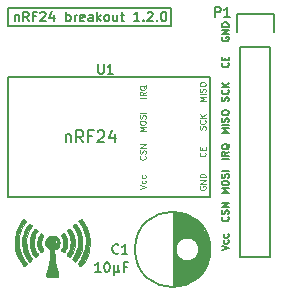
<source format=gto>
G04 #@! TF.FileFunction,Legend,Top*
%FSLAX46Y46*%
G04 Gerber Fmt 4.6, Leading zero omitted, Abs format (unit mm)*
G04 Created by KiCad (PCBNEW 4.0.1-stable) date 2016 January 17, Sunday 11:36:18*
%MOMM*%
G01*
G04 APERTURE LIST*
%ADD10C,0.100000*%
%ADD11C,0.200000*%
%ADD12C,0.150000*%
%ADD13C,0.010000*%
%ADD14C,0.125000*%
G04 APERTURE END LIST*
D10*
D11*
X130810000Y-105918000D02*
X130810000Y-107442000D01*
X144653000Y-105918000D02*
X130810000Y-105918000D01*
X144653000Y-107442000D02*
X144653000Y-105918000D01*
X130810000Y-107442000D02*
X144653000Y-107442000D01*
X130810000Y-106045000D02*
X130810000Y-107442000D01*
X131394999Y-106508571D02*
X131394999Y-107041905D01*
X131394999Y-106584762D02*
X131433094Y-106546667D01*
X131509285Y-106508571D01*
X131623571Y-106508571D01*
X131699761Y-106546667D01*
X131737856Y-106622857D01*
X131737856Y-107041905D01*
X132575952Y-107041905D02*
X132309285Y-106660952D01*
X132118809Y-107041905D02*
X132118809Y-106241905D01*
X132423571Y-106241905D01*
X132499762Y-106280000D01*
X132537857Y-106318095D01*
X132575952Y-106394286D01*
X132575952Y-106508571D01*
X132537857Y-106584762D01*
X132499762Y-106622857D01*
X132423571Y-106660952D01*
X132118809Y-106660952D01*
X133185476Y-106622857D02*
X132918809Y-106622857D01*
X132918809Y-107041905D02*
X132918809Y-106241905D01*
X133299762Y-106241905D01*
X133566428Y-106318095D02*
X133604523Y-106280000D01*
X133680714Y-106241905D01*
X133871190Y-106241905D01*
X133947380Y-106280000D01*
X133985476Y-106318095D01*
X134023571Y-106394286D01*
X134023571Y-106470476D01*
X133985476Y-106584762D01*
X133528333Y-107041905D01*
X134023571Y-107041905D01*
X134709285Y-106508571D02*
X134709285Y-107041905D01*
X134518809Y-106203810D02*
X134328333Y-106775238D01*
X134823571Y-106775238D01*
X135737857Y-107041905D02*
X135737857Y-106241905D01*
X135737857Y-106546667D02*
X135814048Y-106508571D01*
X135966429Y-106508571D01*
X136042619Y-106546667D01*
X136080714Y-106584762D01*
X136118810Y-106660952D01*
X136118810Y-106889524D01*
X136080714Y-106965714D01*
X136042619Y-107003810D01*
X135966429Y-107041905D01*
X135814048Y-107041905D01*
X135737857Y-107003810D01*
X136461667Y-107041905D02*
X136461667Y-106508571D01*
X136461667Y-106660952D02*
X136499762Y-106584762D01*
X136537858Y-106546667D01*
X136614048Y-106508571D01*
X136690239Y-106508571D01*
X137261667Y-107003810D02*
X137185477Y-107041905D01*
X137033096Y-107041905D01*
X136956905Y-107003810D01*
X136918810Y-106927619D01*
X136918810Y-106622857D01*
X136956905Y-106546667D01*
X137033096Y-106508571D01*
X137185477Y-106508571D01*
X137261667Y-106546667D01*
X137299762Y-106622857D01*
X137299762Y-106699048D01*
X136918810Y-106775238D01*
X137985476Y-107041905D02*
X137985476Y-106622857D01*
X137947381Y-106546667D01*
X137871191Y-106508571D01*
X137718810Y-106508571D01*
X137642619Y-106546667D01*
X137985476Y-107003810D02*
X137909286Y-107041905D01*
X137718810Y-107041905D01*
X137642619Y-107003810D01*
X137604524Y-106927619D01*
X137604524Y-106851429D01*
X137642619Y-106775238D01*
X137718810Y-106737143D01*
X137909286Y-106737143D01*
X137985476Y-106699048D01*
X138366429Y-107041905D02*
X138366429Y-106241905D01*
X138442620Y-106737143D02*
X138671191Y-107041905D01*
X138671191Y-106508571D02*
X138366429Y-106813333D01*
X139128334Y-107041905D02*
X139052143Y-107003810D01*
X139014048Y-106965714D01*
X138975953Y-106889524D01*
X138975953Y-106660952D01*
X139014048Y-106584762D01*
X139052143Y-106546667D01*
X139128334Y-106508571D01*
X139242620Y-106508571D01*
X139318810Y-106546667D01*
X139356905Y-106584762D01*
X139395001Y-106660952D01*
X139395001Y-106889524D01*
X139356905Y-106965714D01*
X139318810Y-107003810D01*
X139242620Y-107041905D01*
X139128334Y-107041905D01*
X140080715Y-106508571D02*
X140080715Y-107041905D01*
X139737858Y-106508571D02*
X139737858Y-106927619D01*
X139775953Y-107003810D01*
X139852144Y-107041905D01*
X139966430Y-107041905D01*
X140042620Y-107003810D01*
X140080715Y-106965714D01*
X140347382Y-106508571D02*
X140652144Y-106508571D01*
X140461668Y-106241905D02*
X140461668Y-106927619D01*
X140499763Y-107003810D01*
X140575954Y-107041905D01*
X140652144Y-107041905D01*
X141947383Y-107041905D02*
X141490240Y-107041905D01*
X141718811Y-107041905D02*
X141718811Y-106241905D01*
X141642621Y-106356190D01*
X141566430Y-106432381D01*
X141490240Y-106470476D01*
X142290240Y-106965714D02*
X142328335Y-107003810D01*
X142290240Y-107041905D01*
X142252145Y-107003810D01*
X142290240Y-106965714D01*
X142290240Y-107041905D01*
X142633097Y-106318095D02*
X142671192Y-106280000D01*
X142747383Y-106241905D01*
X142937859Y-106241905D01*
X143014049Y-106280000D01*
X143052145Y-106318095D01*
X143090240Y-106394286D01*
X143090240Y-106470476D01*
X143052145Y-106584762D01*
X142595002Y-107041905D01*
X143090240Y-107041905D01*
X143433097Y-106965714D02*
X143471192Y-107003810D01*
X143433097Y-107041905D01*
X143395002Y-107003810D01*
X143433097Y-106965714D01*
X143433097Y-107041905D01*
X143966430Y-106241905D02*
X144042621Y-106241905D01*
X144118811Y-106280000D01*
X144156906Y-106318095D01*
X144195002Y-106394286D01*
X144233097Y-106546667D01*
X144233097Y-106737143D01*
X144195002Y-106889524D01*
X144156906Y-106965714D01*
X144118811Y-107003810D01*
X144042621Y-107041905D01*
X143966430Y-107041905D01*
X143890240Y-107003810D01*
X143852144Y-106965714D01*
X143814049Y-106889524D01*
X143775954Y-106737143D01*
X143775954Y-106546667D01*
X143814049Y-106394286D01*
X143852144Y-106318095D01*
X143890240Y-106280000D01*
X143966430Y-106241905D01*
D12*
X148925000Y-108407142D02*
X148896429Y-108464285D01*
X148896429Y-108549999D01*
X148925000Y-108635714D01*
X148982143Y-108692856D01*
X149039286Y-108721428D01*
X149153571Y-108749999D01*
X149239286Y-108749999D01*
X149353571Y-108721428D01*
X149410714Y-108692856D01*
X149467857Y-108635714D01*
X149496429Y-108549999D01*
X149496429Y-108492856D01*
X149467857Y-108407142D01*
X149439286Y-108378571D01*
X149239286Y-108378571D01*
X149239286Y-108492856D01*
X149496429Y-108121428D02*
X148896429Y-108121428D01*
X149496429Y-107778571D01*
X148896429Y-107778571D01*
X149496429Y-107492857D02*
X148896429Y-107492857D01*
X148896429Y-107350000D01*
X148925000Y-107264285D01*
X148982143Y-107207143D01*
X149039286Y-107178571D01*
X149153571Y-107150000D01*
X149239286Y-107150000D01*
X149353571Y-107178571D01*
X149410714Y-107207143D01*
X149467857Y-107264285D01*
X149496429Y-107350000D01*
X149496429Y-107492857D01*
X149439286Y-110575714D02*
X149467857Y-110604285D01*
X149496429Y-110689999D01*
X149496429Y-110747142D01*
X149467857Y-110832857D01*
X149410714Y-110889999D01*
X149353571Y-110918571D01*
X149239286Y-110947142D01*
X149153571Y-110947142D01*
X149039286Y-110918571D01*
X148982143Y-110889999D01*
X148925000Y-110832857D01*
X148896429Y-110747142D01*
X148896429Y-110689999D01*
X148925000Y-110604285D01*
X148953571Y-110575714D01*
X149182143Y-110318571D02*
X149182143Y-110118571D01*
X149496429Y-110032857D02*
X149496429Y-110318571D01*
X148896429Y-110318571D01*
X148896429Y-110032857D01*
X149467857Y-113801428D02*
X149496429Y-113715714D01*
X149496429Y-113572857D01*
X149467857Y-113515714D01*
X149439286Y-113487143D01*
X149382143Y-113458571D01*
X149325000Y-113458571D01*
X149267857Y-113487143D01*
X149239286Y-113515714D01*
X149210714Y-113572857D01*
X149182143Y-113687143D01*
X149153571Y-113744285D01*
X149125000Y-113772857D01*
X149067857Y-113801428D01*
X149010714Y-113801428D01*
X148953571Y-113772857D01*
X148925000Y-113744285D01*
X148896429Y-113687143D01*
X148896429Y-113544285D01*
X148925000Y-113458571D01*
X149439286Y-112858571D02*
X149467857Y-112887142D01*
X149496429Y-112972856D01*
X149496429Y-113029999D01*
X149467857Y-113115714D01*
X149410714Y-113172856D01*
X149353571Y-113201428D01*
X149239286Y-113229999D01*
X149153571Y-113229999D01*
X149039286Y-113201428D01*
X148982143Y-113172856D01*
X148925000Y-113115714D01*
X148896429Y-113029999D01*
X148896429Y-112972856D01*
X148925000Y-112887142D01*
X148953571Y-112858571D01*
X149496429Y-112601428D02*
X148896429Y-112601428D01*
X149496429Y-112258571D02*
X149153571Y-112515714D01*
X148896429Y-112258571D02*
X149239286Y-112601428D01*
X149496429Y-116512857D02*
X148896429Y-116512857D01*
X149325000Y-116312857D01*
X148896429Y-116112857D01*
X149496429Y-116112857D01*
X149496429Y-115827143D02*
X148896429Y-115827143D01*
X149467857Y-115570000D02*
X149496429Y-115484286D01*
X149496429Y-115341429D01*
X149467857Y-115284286D01*
X149439286Y-115255715D01*
X149382143Y-115227143D01*
X149325000Y-115227143D01*
X149267857Y-115255715D01*
X149239286Y-115284286D01*
X149210714Y-115341429D01*
X149182143Y-115455715D01*
X149153571Y-115512857D01*
X149125000Y-115541429D01*
X149067857Y-115570000D01*
X149010714Y-115570000D01*
X148953571Y-115541429D01*
X148925000Y-115512857D01*
X148896429Y-115455715D01*
X148896429Y-115312857D01*
X148925000Y-115227143D01*
X148896429Y-114855714D02*
X148896429Y-114741428D01*
X148925000Y-114684286D01*
X148982143Y-114627143D01*
X149096429Y-114598571D01*
X149296429Y-114598571D01*
X149410714Y-114627143D01*
X149467857Y-114684286D01*
X149496429Y-114741428D01*
X149496429Y-114855714D01*
X149467857Y-114912857D01*
X149410714Y-114970000D01*
X149296429Y-114998571D01*
X149096429Y-114998571D01*
X148982143Y-114970000D01*
X148925000Y-114912857D01*
X148896429Y-114855714D01*
X149496429Y-118724285D02*
X148896429Y-118724285D01*
X149496429Y-118095714D02*
X149210714Y-118295714D01*
X149496429Y-118438571D02*
X148896429Y-118438571D01*
X148896429Y-118209999D01*
X148925000Y-118152857D01*
X148953571Y-118124285D01*
X149010714Y-118095714D01*
X149096429Y-118095714D01*
X149153571Y-118124285D01*
X149182143Y-118152857D01*
X149210714Y-118209999D01*
X149210714Y-118438571D01*
X149553571Y-117438571D02*
X149525000Y-117495714D01*
X149467857Y-117552857D01*
X149382143Y-117638571D01*
X149353571Y-117695714D01*
X149353571Y-117752857D01*
X149496429Y-117724285D02*
X149467857Y-117781428D01*
X149410714Y-117838571D01*
X149296429Y-117867142D01*
X149096429Y-117867142D01*
X148982143Y-117838571D01*
X148925000Y-117781428D01*
X148896429Y-117724285D01*
X148896429Y-117609999D01*
X148925000Y-117552857D01*
X148982143Y-117495714D01*
X149096429Y-117467142D01*
X149296429Y-117467142D01*
X149410714Y-117495714D01*
X149467857Y-117552857D01*
X149496429Y-117609999D01*
X149496429Y-117724285D01*
X149496429Y-121592857D02*
X148896429Y-121592857D01*
X149325000Y-121392857D01*
X148896429Y-121192857D01*
X149496429Y-121192857D01*
X148896429Y-120792857D02*
X148896429Y-120678571D01*
X148925000Y-120621429D01*
X148982143Y-120564286D01*
X149096429Y-120535714D01*
X149296429Y-120535714D01*
X149410714Y-120564286D01*
X149467857Y-120621429D01*
X149496429Y-120678571D01*
X149496429Y-120792857D01*
X149467857Y-120850000D01*
X149410714Y-120907143D01*
X149296429Y-120935714D01*
X149096429Y-120935714D01*
X148982143Y-120907143D01*
X148925000Y-120850000D01*
X148896429Y-120792857D01*
X149467857Y-120307143D02*
X149496429Y-120221429D01*
X149496429Y-120078572D01*
X149467857Y-120021429D01*
X149439286Y-119992858D01*
X149382143Y-119964286D01*
X149325000Y-119964286D01*
X149267857Y-119992858D01*
X149239286Y-120021429D01*
X149210714Y-120078572D01*
X149182143Y-120192858D01*
X149153571Y-120250000D01*
X149125000Y-120278572D01*
X149067857Y-120307143D01*
X149010714Y-120307143D01*
X148953571Y-120278572D01*
X148925000Y-120250000D01*
X148896429Y-120192858D01*
X148896429Y-120050000D01*
X148925000Y-119964286D01*
X149496429Y-119707143D02*
X148896429Y-119707143D01*
X149439286Y-123604286D02*
X149467857Y-123632857D01*
X149496429Y-123718571D01*
X149496429Y-123775714D01*
X149467857Y-123861429D01*
X149410714Y-123918571D01*
X149353571Y-123947143D01*
X149239286Y-123975714D01*
X149153571Y-123975714D01*
X149039286Y-123947143D01*
X148982143Y-123918571D01*
X148925000Y-123861429D01*
X148896429Y-123775714D01*
X148896429Y-123718571D01*
X148925000Y-123632857D01*
X148953571Y-123604286D01*
X149467857Y-123375714D02*
X149496429Y-123290000D01*
X149496429Y-123147143D01*
X149467857Y-123090000D01*
X149439286Y-123061429D01*
X149382143Y-123032857D01*
X149325000Y-123032857D01*
X149267857Y-123061429D01*
X149239286Y-123090000D01*
X149210714Y-123147143D01*
X149182143Y-123261429D01*
X149153571Y-123318571D01*
X149125000Y-123347143D01*
X149067857Y-123375714D01*
X149010714Y-123375714D01*
X148953571Y-123347143D01*
X148925000Y-123318571D01*
X148896429Y-123261429D01*
X148896429Y-123118571D01*
X148925000Y-123032857D01*
X149496429Y-122775714D02*
X148896429Y-122775714D01*
X149496429Y-122432857D01*
X148896429Y-122432857D01*
X148896429Y-126444286D02*
X149496429Y-126244286D01*
X148896429Y-126044286D01*
X149467857Y-125587143D02*
X149496429Y-125644286D01*
X149496429Y-125758572D01*
X149467857Y-125815714D01*
X149439286Y-125844286D01*
X149382143Y-125872857D01*
X149210714Y-125872857D01*
X149153571Y-125844286D01*
X149125000Y-125815714D01*
X149096429Y-125758572D01*
X149096429Y-125644286D01*
X149125000Y-125587143D01*
X149467857Y-125072857D02*
X149496429Y-125130000D01*
X149496429Y-125244286D01*
X149467857Y-125301428D01*
X149439286Y-125330000D01*
X149382143Y-125358571D01*
X149210714Y-125358571D01*
X149153571Y-125330000D01*
X149125000Y-125301428D01*
X149096429Y-125244286D01*
X149096429Y-125130000D01*
X149125000Y-125072857D01*
X153035000Y-109220000D02*
X153035000Y-127000000D01*
X153035000Y-127000000D02*
X150495000Y-127000000D01*
X150495000Y-127000000D02*
X150495000Y-109220000D01*
X153315000Y-106400000D02*
X153315000Y-107950000D01*
X153035000Y-109220000D02*
X150495000Y-109220000D01*
X150215000Y-107950000D02*
X150215000Y-106400000D01*
X150215000Y-106400000D02*
X153315000Y-106400000D01*
X130810000Y-121920000D02*
X147955000Y-121920000D01*
X130810000Y-111760000D02*
X147955000Y-111760000D01*
X130810000Y-111760000D02*
X130810000Y-121920000D01*
X147955000Y-111760000D02*
X147955000Y-121920000D01*
X144835000Y-123216000D02*
X144835000Y-129514000D01*
X144975000Y-123222000D02*
X144975000Y-129508000D01*
X145115000Y-123235000D02*
X145115000Y-125919000D01*
X145115000Y-126811000D02*
X145115000Y-129495000D01*
X145255000Y-123254000D02*
X145255000Y-125709000D01*
X145255000Y-127021000D02*
X145255000Y-129476000D01*
X145395000Y-123280000D02*
X145395000Y-125576000D01*
X145395000Y-127154000D02*
X145395000Y-129450000D01*
X145535000Y-123312000D02*
X145535000Y-125485000D01*
X145535000Y-127245000D02*
X145535000Y-129418000D01*
X145675000Y-123351000D02*
X145675000Y-125423000D01*
X145675000Y-127307000D02*
X145675000Y-129379000D01*
X145815000Y-123397000D02*
X145815000Y-125384000D01*
X145815000Y-127346000D02*
X145815000Y-129333000D01*
X145955000Y-123450000D02*
X145955000Y-125367000D01*
X145955000Y-127363000D02*
X145955000Y-129280000D01*
X146095000Y-123512000D02*
X146095000Y-125369000D01*
X146095000Y-127361000D02*
X146095000Y-129218000D01*
X146235000Y-123582000D02*
X146235000Y-125391000D01*
X146235000Y-127339000D02*
X146235000Y-129148000D01*
X146375000Y-123661000D02*
X146375000Y-125434000D01*
X146375000Y-127296000D02*
X146375000Y-129069000D01*
X146515000Y-123749000D02*
X146515000Y-125502000D01*
X146515000Y-127228000D02*
X146515000Y-128981000D01*
X146655000Y-123849000D02*
X146655000Y-125601000D01*
X146655000Y-127129000D02*
X146655000Y-128881000D01*
X146795000Y-123961000D02*
X146795000Y-125746000D01*
X146795000Y-126984000D02*
X146795000Y-128769000D01*
X146935000Y-124086000D02*
X146935000Y-125985000D01*
X146935000Y-126745000D02*
X146935000Y-128644000D01*
X147075000Y-124229000D02*
X147075000Y-128501000D01*
X147215000Y-124391000D02*
X147215000Y-128339000D01*
X147355000Y-124579000D02*
X147355000Y-128151000D01*
X147495000Y-124802000D02*
X147495000Y-127928000D01*
X147635000Y-125078000D02*
X147635000Y-127652000D01*
X147775000Y-125453000D02*
X147775000Y-127277000D01*
X147010000Y-126365000D02*
G75*
G03X147010000Y-126365000I-1000000J0D01*
G01*
X147947500Y-126365000D02*
G75*
G03X147947500Y-126365000I-3187500J0D01*
G01*
D13*
G36*
X134656814Y-125202539D02*
X134721072Y-125217572D01*
X134850167Y-125269422D01*
X134955431Y-125337041D01*
X135041759Y-125425174D01*
X135114043Y-125538567D01*
X135163349Y-125646420D01*
X135175657Y-125699571D01*
X135181434Y-125772834D01*
X135180653Y-125852851D01*
X135173284Y-125926262D01*
X135164062Y-125966966D01*
X135104703Y-126102196D01*
X135020412Y-126218964D01*
X134915066Y-126312646D01*
X134834114Y-126360448D01*
X134756376Y-126398217D01*
X134756531Y-126646263D01*
X134762353Y-126849554D01*
X134778904Y-127073096D01*
X134805169Y-127305135D01*
X134825920Y-127448336D01*
X134839311Y-127526167D01*
X134856287Y-127614654D01*
X134875070Y-127705587D01*
X134893886Y-127790755D01*
X134910957Y-127861948D01*
X134924508Y-127910956D01*
X134928420Y-127922191D01*
X134940873Y-127967390D01*
X134943893Y-127994872D01*
X134951797Y-128039488D01*
X134959189Y-128057996D01*
X134971229Y-128088112D01*
X134989020Y-128140548D01*
X135009032Y-128204818D01*
X135012189Y-128215450D01*
X135032263Y-128282067D01*
X135050469Y-128339975D01*
X135063260Y-128377927D01*
X135064403Y-128380971D01*
X135075212Y-128420061D01*
X135086077Y-128476226D01*
X135090367Y-128504992D01*
X135095008Y-128562434D01*
X135088626Y-128599121D01*
X135071994Y-128624303D01*
X135023212Y-128657936D01*
X134942480Y-128687374D01*
X134831748Y-128712021D01*
X134740880Y-128725666D01*
X134655083Y-128735672D01*
X134587245Y-128740407D01*
X134523993Y-128739829D01*
X134451953Y-128733893D01*
X134372819Y-128724476D01*
X134253024Y-128703962D01*
X134158581Y-128676452D01*
X134092570Y-128643042D01*
X134063193Y-128614202D01*
X134045881Y-128560124D01*
X134050167Y-128482734D01*
X134076163Y-128380756D01*
X134085873Y-128351825D01*
X134105480Y-128292987D01*
X134122284Y-128238212D01*
X134126255Y-128223973D01*
X134138121Y-128181692D01*
X134156085Y-128120203D01*
X134176051Y-128053503D01*
X134197232Y-127980747D01*
X134216799Y-127908664D01*
X134229431Y-127857463D01*
X134244280Y-127791550D01*
X134259315Y-127725251D01*
X134262209Y-127712564D01*
X134280909Y-127620428D01*
X134301183Y-127502678D01*
X134321739Y-127367672D01*
X134341285Y-127223769D01*
X134354402Y-127115919D01*
X134361785Y-127040344D01*
X134368538Y-126950044D01*
X134374452Y-126850948D01*
X134379320Y-126748982D01*
X134382932Y-126650073D01*
X134385080Y-126560148D01*
X134385554Y-126485133D01*
X134384147Y-126430957D01*
X134380648Y-126403546D01*
X134379562Y-126401682D01*
X134361654Y-126391100D01*
X134323580Y-126370930D01*
X134297948Y-126357843D01*
X134177542Y-126278846D01*
X134080442Y-126177083D01*
X134009308Y-126056873D01*
X133966803Y-125922532D01*
X133955168Y-125801560D01*
X133956320Y-125760633D01*
X134161496Y-125760633D01*
X134170433Y-125802830D01*
X134193264Y-125826196D01*
X134227959Y-125825195D01*
X134265834Y-125802666D01*
X134298208Y-125761450D01*
X134298476Y-125760951D01*
X134321507Y-125700559D01*
X134328237Y-125647015D01*
X134807517Y-125647015D01*
X134816251Y-125712032D01*
X134839115Y-125766214D01*
X134871102Y-125805452D01*
X134907206Y-125825640D01*
X134942421Y-125822670D01*
X134971741Y-125792436D01*
X134975528Y-125784844D01*
X134985523Y-125727280D01*
X134973642Y-125660277D01*
X134943098Y-125597477D01*
X134926475Y-125576697D01*
X134883136Y-125544459D01*
X134846549Y-125544044D01*
X134820306Y-125573331D01*
X134807999Y-125630195D01*
X134807517Y-125647015D01*
X134328237Y-125647015D01*
X134328951Y-125641341D01*
X134322269Y-125590360D01*
X134302924Y-125554678D01*
X134272376Y-125541358D01*
X134253805Y-125545118D01*
X134215150Y-125576076D01*
X134184482Y-125629726D01*
X134165399Y-125694951D01*
X134161496Y-125760633D01*
X133956320Y-125760633D01*
X133956913Y-125739603D01*
X133964156Y-125688054D01*
X133979915Y-125635658D01*
X134007204Y-125571157D01*
X134029702Y-125523351D01*
X134088672Y-125433126D01*
X134460731Y-125433126D01*
X134466743Y-125471196D01*
X134466787Y-125471277D01*
X134486344Y-125492752D01*
X134521415Y-125502862D01*
X134568859Y-125504980D01*
X134624137Y-125501746D01*
X134655712Y-125489850D01*
X134670932Y-125471277D01*
X134678897Y-125440204D01*
X134661331Y-125410211D01*
X134654485Y-125403089D01*
X134612956Y-125377890D01*
X134564697Y-125371244D01*
X134517827Y-125380201D01*
X134480465Y-125401812D01*
X134460731Y-125433126D01*
X134088672Y-125433126D01*
X134095572Y-125422570D01*
X134185877Y-125336744D01*
X134293885Y-125268851D01*
X134412865Y-125221868D01*
X134536085Y-125198771D01*
X134656814Y-125202539D01*
X134656814Y-125202539D01*
G37*
X134656814Y-125202539D02*
X134721072Y-125217572D01*
X134850167Y-125269422D01*
X134955431Y-125337041D01*
X135041759Y-125425174D01*
X135114043Y-125538567D01*
X135163349Y-125646420D01*
X135175657Y-125699571D01*
X135181434Y-125772834D01*
X135180653Y-125852851D01*
X135173284Y-125926262D01*
X135164062Y-125966966D01*
X135104703Y-126102196D01*
X135020412Y-126218964D01*
X134915066Y-126312646D01*
X134834114Y-126360448D01*
X134756376Y-126398217D01*
X134756531Y-126646263D01*
X134762353Y-126849554D01*
X134778904Y-127073096D01*
X134805169Y-127305135D01*
X134825920Y-127448336D01*
X134839311Y-127526167D01*
X134856287Y-127614654D01*
X134875070Y-127705587D01*
X134893886Y-127790755D01*
X134910957Y-127861948D01*
X134924508Y-127910956D01*
X134928420Y-127922191D01*
X134940873Y-127967390D01*
X134943893Y-127994872D01*
X134951797Y-128039488D01*
X134959189Y-128057996D01*
X134971229Y-128088112D01*
X134989020Y-128140548D01*
X135009032Y-128204818D01*
X135012189Y-128215450D01*
X135032263Y-128282067D01*
X135050469Y-128339975D01*
X135063260Y-128377927D01*
X135064403Y-128380971D01*
X135075212Y-128420061D01*
X135086077Y-128476226D01*
X135090367Y-128504992D01*
X135095008Y-128562434D01*
X135088626Y-128599121D01*
X135071994Y-128624303D01*
X135023212Y-128657936D01*
X134942480Y-128687374D01*
X134831748Y-128712021D01*
X134740880Y-128725666D01*
X134655083Y-128735672D01*
X134587245Y-128740407D01*
X134523993Y-128739829D01*
X134451953Y-128733893D01*
X134372819Y-128724476D01*
X134253024Y-128703962D01*
X134158581Y-128676452D01*
X134092570Y-128643042D01*
X134063193Y-128614202D01*
X134045881Y-128560124D01*
X134050167Y-128482734D01*
X134076163Y-128380756D01*
X134085873Y-128351825D01*
X134105480Y-128292987D01*
X134122284Y-128238212D01*
X134126255Y-128223973D01*
X134138121Y-128181692D01*
X134156085Y-128120203D01*
X134176051Y-128053503D01*
X134197232Y-127980747D01*
X134216799Y-127908664D01*
X134229431Y-127857463D01*
X134244280Y-127791550D01*
X134259315Y-127725251D01*
X134262209Y-127712564D01*
X134280909Y-127620428D01*
X134301183Y-127502678D01*
X134321739Y-127367672D01*
X134341285Y-127223769D01*
X134354402Y-127115919D01*
X134361785Y-127040344D01*
X134368538Y-126950044D01*
X134374452Y-126850948D01*
X134379320Y-126748982D01*
X134382932Y-126650073D01*
X134385080Y-126560148D01*
X134385554Y-126485133D01*
X134384147Y-126430957D01*
X134380648Y-126403546D01*
X134379562Y-126401682D01*
X134361654Y-126391100D01*
X134323580Y-126370930D01*
X134297948Y-126357843D01*
X134177542Y-126278846D01*
X134080442Y-126177083D01*
X134009308Y-126056873D01*
X133966803Y-125922532D01*
X133955168Y-125801560D01*
X133956320Y-125760633D01*
X134161496Y-125760633D01*
X134170433Y-125802830D01*
X134193264Y-125826196D01*
X134227959Y-125825195D01*
X134265834Y-125802666D01*
X134298208Y-125761450D01*
X134298476Y-125760951D01*
X134321507Y-125700559D01*
X134328237Y-125647015D01*
X134807517Y-125647015D01*
X134816251Y-125712032D01*
X134839115Y-125766214D01*
X134871102Y-125805452D01*
X134907206Y-125825640D01*
X134942421Y-125822670D01*
X134971741Y-125792436D01*
X134975528Y-125784844D01*
X134985523Y-125727280D01*
X134973642Y-125660277D01*
X134943098Y-125597477D01*
X134926475Y-125576697D01*
X134883136Y-125544459D01*
X134846549Y-125544044D01*
X134820306Y-125573331D01*
X134807999Y-125630195D01*
X134807517Y-125647015D01*
X134328237Y-125647015D01*
X134328951Y-125641341D01*
X134322269Y-125590360D01*
X134302924Y-125554678D01*
X134272376Y-125541358D01*
X134253805Y-125545118D01*
X134215150Y-125576076D01*
X134184482Y-125629726D01*
X134165399Y-125694951D01*
X134161496Y-125760633D01*
X133956320Y-125760633D01*
X133956913Y-125739603D01*
X133964156Y-125688054D01*
X133979915Y-125635658D01*
X134007204Y-125571157D01*
X134029702Y-125523351D01*
X134088672Y-125433126D01*
X134460731Y-125433126D01*
X134466743Y-125471196D01*
X134466787Y-125471277D01*
X134486344Y-125492752D01*
X134521415Y-125502862D01*
X134568859Y-125504980D01*
X134624137Y-125501746D01*
X134655712Y-125489850D01*
X134670932Y-125471277D01*
X134678897Y-125440204D01*
X134661331Y-125410211D01*
X134654485Y-125403089D01*
X134612956Y-125377890D01*
X134564697Y-125371244D01*
X134517827Y-125380201D01*
X134480465Y-125401812D01*
X134460731Y-125433126D01*
X134088672Y-125433126D01*
X134095572Y-125422570D01*
X134185877Y-125336744D01*
X134293885Y-125268851D01*
X134412865Y-125221868D01*
X134536085Y-125198771D01*
X134656814Y-125202539D01*
G36*
X132170471Y-123802457D02*
X132208059Y-123825818D01*
X132253420Y-123859231D01*
X132298133Y-123895736D01*
X132333777Y-123928375D01*
X132351933Y-123950189D01*
X132352752Y-123953089D01*
X132343653Y-123971979D01*
X132318915Y-124012744D01*
X132282378Y-124069274D01*
X132240458Y-124131696D01*
X132085846Y-124385912D01*
X131957798Y-124655153D01*
X131857771Y-124934828D01*
X131787222Y-125220345D01*
X131747609Y-125507112D01*
X131739061Y-125711431D01*
X131739923Y-125789834D01*
X131743090Y-125861356D01*
X131749430Y-125934366D01*
X131759812Y-126017231D01*
X131775105Y-126118319D01*
X131791965Y-126220953D01*
X131841030Y-126438849D01*
X131915005Y-126665591D01*
X132009889Y-126891956D01*
X132121679Y-127108721D01*
X132246375Y-127306664D01*
X132287906Y-127363935D01*
X132334300Y-127427358D01*
X132371850Y-127481980D01*
X132396366Y-127521483D01*
X132403829Y-127538659D01*
X132391762Y-127576089D01*
X132360290Y-127626146D01*
X132316241Y-127681305D01*
X132266442Y-127734040D01*
X132217721Y-127776827D01*
X132176906Y-127802140D01*
X132161370Y-127805896D01*
X132136327Y-127793488D01*
X132099624Y-127760635D01*
X132061542Y-127717270D01*
X131883686Y-127467353D01*
X131730695Y-127200611D01*
X131603917Y-126921057D01*
X131504701Y-126632709D01*
X131434395Y-126339581D01*
X131394347Y-126045688D01*
X131385906Y-125755047D01*
X131387540Y-125709946D01*
X131398973Y-125525247D01*
X131415210Y-125365415D01*
X131435834Y-125234191D01*
X131445441Y-125189611D01*
X131465027Y-125109944D01*
X131487825Y-125021353D01*
X131510648Y-124935883D01*
X131530311Y-124865581D01*
X131537880Y-124840148D01*
X131565358Y-124758477D01*
X131597552Y-124673870D01*
X131628611Y-124601387D01*
X131638768Y-124580412D01*
X131651789Y-124541933D01*
X131653826Y-124525010D01*
X131662959Y-124502176D01*
X131670873Y-124499208D01*
X131686082Y-124485438D01*
X131687920Y-124474156D01*
X131691171Y-124455351D01*
X131702695Y-124427043D01*
X131725150Y-124384031D01*
X131761195Y-124321113D01*
X131797063Y-124260550D01*
X131825358Y-124210634D01*
X131846505Y-124168825D01*
X131852603Y-124154007D01*
X131867854Y-124128825D01*
X131877425Y-124124174D01*
X131890794Y-124110338D01*
X131892484Y-124098604D01*
X131901688Y-124075918D01*
X131909531Y-124073034D01*
X131925193Y-124059478D01*
X131926578Y-124050677D01*
X131937387Y-124022782D01*
X131960672Y-123991726D01*
X131985316Y-123960403D01*
X131994765Y-123939458D01*
X132006459Y-123916606D01*
X132020336Y-123902564D01*
X132042149Y-123870417D01*
X132045906Y-123852072D01*
X132060639Y-123820721D01*
X132096428Y-123799753D01*
X132140659Y-123794193D01*
X132170471Y-123802457D01*
X132170471Y-123802457D01*
G37*
X132170471Y-123802457D02*
X132208059Y-123825818D01*
X132253420Y-123859231D01*
X132298133Y-123895736D01*
X132333777Y-123928375D01*
X132351933Y-123950189D01*
X132352752Y-123953089D01*
X132343653Y-123971979D01*
X132318915Y-124012744D01*
X132282378Y-124069274D01*
X132240458Y-124131696D01*
X132085846Y-124385912D01*
X131957798Y-124655153D01*
X131857771Y-124934828D01*
X131787222Y-125220345D01*
X131747609Y-125507112D01*
X131739061Y-125711431D01*
X131739923Y-125789834D01*
X131743090Y-125861356D01*
X131749430Y-125934366D01*
X131759812Y-126017231D01*
X131775105Y-126118319D01*
X131791965Y-126220953D01*
X131841030Y-126438849D01*
X131915005Y-126665591D01*
X132009889Y-126891956D01*
X132121679Y-127108721D01*
X132246375Y-127306664D01*
X132287906Y-127363935D01*
X132334300Y-127427358D01*
X132371850Y-127481980D01*
X132396366Y-127521483D01*
X132403829Y-127538659D01*
X132391762Y-127576089D01*
X132360290Y-127626146D01*
X132316241Y-127681305D01*
X132266442Y-127734040D01*
X132217721Y-127776827D01*
X132176906Y-127802140D01*
X132161370Y-127805896D01*
X132136327Y-127793488D01*
X132099624Y-127760635D01*
X132061542Y-127717270D01*
X131883686Y-127467353D01*
X131730695Y-127200611D01*
X131603917Y-126921057D01*
X131504701Y-126632709D01*
X131434395Y-126339581D01*
X131394347Y-126045688D01*
X131385906Y-125755047D01*
X131387540Y-125709946D01*
X131398973Y-125525247D01*
X131415210Y-125365415D01*
X131435834Y-125234191D01*
X131445441Y-125189611D01*
X131465027Y-125109944D01*
X131487825Y-125021353D01*
X131510648Y-124935883D01*
X131530311Y-124865581D01*
X131537880Y-124840148D01*
X131565358Y-124758477D01*
X131597552Y-124673870D01*
X131628611Y-124601387D01*
X131638768Y-124580412D01*
X131651789Y-124541933D01*
X131653826Y-124525010D01*
X131662959Y-124502176D01*
X131670873Y-124499208D01*
X131686082Y-124485438D01*
X131687920Y-124474156D01*
X131691171Y-124455351D01*
X131702695Y-124427043D01*
X131725150Y-124384031D01*
X131761195Y-124321113D01*
X131797063Y-124260550D01*
X131825358Y-124210634D01*
X131846505Y-124168825D01*
X131852603Y-124154007D01*
X131867854Y-124128825D01*
X131877425Y-124124174D01*
X131890794Y-124110338D01*
X131892484Y-124098604D01*
X131901688Y-124075918D01*
X131909531Y-124073034D01*
X131925193Y-124059478D01*
X131926578Y-124050677D01*
X131937387Y-124022782D01*
X131960672Y-123991726D01*
X131985316Y-123960403D01*
X131994765Y-123939458D01*
X132006459Y-123916606D01*
X132020336Y-123902564D01*
X132042149Y-123870417D01*
X132045906Y-123852072D01*
X132060639Y-123820721D01*
X132096428Y-123799753D01*
X132140659Y-123794193D01*
X132170471Y-123802457D01*
G36*
X137057226Y-123803154D02*
X137086129Y-123830306D01*
X137091812Y-123852216D01*
X137104075Y-123887235D01*
X137117383Y-123902564D01*
X137138833Y-123927532D01*
X137142953Y-123939458D01*
X137153548Y-123962159D01*
X137177047Y-123991726D01*
X137201895Y-124025485D01*
X137211141Y-124050677D01*
X137221478Y-124071218D01*
X137228188Y-124073034D01*
X137243312Y-124086841D01*
X137245235Y-124098604D01*
X137252175Y-124121399D01*
X137258021Y-124124307D01*
X137274541Y-124137825D01*
X137290217Y-124162663D01*
X137305521Y-124192748D01*
X137332375Y-124245489D01*
X137366847Y-124313167D01*
X137401022Y-124380244D01*
X137467570Y-124514815D01*
X137522079Y-124635515D01*
X137567879Y-124751599D01*
X137608300Y-124872318D01*
X137646670Y-125006924D01*
X137686320Y-125164670D01*
X137692278Y-125189611D01*
X137714577Y-125308049D01*
X137732659Y-125456628D01*
X137746108Y-125631604D01*
X137750178Y-125709946D01*
X137746901Y-125991889D01*
X137712737Y-126280688D01*
X137648912Y-126571742D01*
X137556652Y-126860451D01*
X137437181Y-127142213D01*
X137300869Y-127397120D01*
X137253366Y-127472619D01*
X137199390Y-127551129D01*
X137143156Y-127627315D01*
X137088880Y-127695841D01*
X137040776Y-127751371D01*
X137003058Y-127788570D01*
X136981007Y-127802036D01*
X136947473Y-127792391D01*
X136900674Y-127760531D01*
X136873019Y-127736146D01*
X136816634Y-127676932D01*
X136771141Y-127618337D01*
X136741926Y-127568002D01*
X136733890Y-127538659D01*
X136743606Y-127517511D01*
X136770014Y-127475731D01*
X136808924Y-127419638D01*
X136849813Y-127363935D01*
X136977760Y-127173875D01*
X137094070Y-126962072D01*
X137194741Y-126737749D01*
X137275769Y-126510128D01*
X137333155Y-126288434D01*
X137345753Y-126220953D01*
X137365734Y-126098619D01*
X137380089Y-126001387D01*
X137389688Y-125920888D01*
X137395400Y-125848756D01*
X137398093Y-125776621D01*
X137398658Y-125711431D01*
X137382181Y-125426602D01*
X137333720Y-125139722D01*
X137254733Y-124855384D01*
X137146678Y-124578179D01*
X137011012Y-124312699D01*
X136897261Y-124131696D01*
X136853102Y-124065877D01*
X136817111Y-124010051D01*
X136793129Y-123970325D01*
X136784967Y-123953089D01*
X136797613Y-123934796D01*
X136829984Y-123904022D01*
X136873727Y-123867629D01*
X136920491Y-123832476D01*
X136961923Y-123805427D01*
X136970353Y-123800795D01*
X137014578Y-123791600D01*
X137057226Y-123803154D01*
X137057226Y-123803154D01*
G37*
X137057226Y-123803154D02*
X137086129Y-123830306D01*
X137091812Y-123852216D01*
X137104075Y-123887235D01*
X137117383Y-123902564D01*
X137138833Y-123927532D01*
X137142953Y-123939458D01*
X137153548Y-123962159D01*
X137177047Y-123991726D01*
X137201895Y-124025485D01*
X137211141Y-124050677D01*
X137221478Y-124071218D01*
X137228188Y-124073034D01*
X137243312Y-124086841D01*
X137245235Y-124098604D01*
X137252175Y-124121399D01*
X137258021Y-124124307D01*
X137274541Y-124137825D01*
X137290217Y-124162663D01*
X137305521Y-124192748D01*
X137332375Y-124245489D01*
X137366847Y-124313167D01*
X137401022Y-124380244D01*
X137467570Y-124514815D01*
X137522079Y-124635515D01*
X137567879Y-124751599D01*
X137608300Y-124872318D01*
X137646670Y-125006924D01*
X137686320Y-125164670D01*
X137692278Y-125189611D01*
X137714577Y-125308049D01*
X137732659Y-125456628D01*
X137746108Y-125631604D01*
X137750178Y-125709946D01*
X137746901Y-125991889D01*
X137712737Y-126280688D01*
X137648912Y-126571742D01*
X137556652Y-126860451D01*
X137437181Y-127142213D01*
X137300869Y-127397120D01*
X137253366Y-127472619D01*
X137199390Y-127551129D01*
X137143156Y-127627315D01*
X137088880Y-127695841D01*
X137040776Y-127751371D01*
X137003058Y-127788570D01*
X136981007Y-127802036D01*
X136947473Y-127792391D01*
X136900674Y-127760531D01*
X136873019Y-127736146D01*
X136816634Y-127676932D01*
X136771141Y-127618337D01*
X136741926Y-127568002D01*
X136733890Y-127538659D01*
X136743606Y-127517511D01*
X136770014Y-127475731D01*
X136808924Y-127419638D01*
X136849813Y-127363935D01*
X136977760Y-127173875D01*
X137094070Y-126962072D01*
X137194741Y-126737749D01*
X137275769Y-126510128D01*
X137333155Y-126288434D01*
X137345753Y-126220953D01*
X137365734Y-126098619D01*
X137380089Y-126001387D01*
X137389688Y-125920888D01*
X137395400Y-125848756D01*
X137398093Y-125776621D01*
X137398658Y-125711431D01*
X137382181Y-125426602D01*
X137333720Y-125139722D01*
X137254733Y-124855384D01*
X137146678Y-124578179D01*
X137011012Y-124312699D01*
X136897261Y-124131696D01*
X136853102Y-124065877D01*
X136817111Y-124010051D01*
X136793129Y-123970325D01*
X136784967Y-123953089D01*
X136797613Y-123934796D01*
X136829984Y-123904022D01*
X136873727Y-123867629D01*
X136920491Y-123832476D01*
X136961923Y-123805427D01*
X136970353Y-123800795D01*
X137014578Y-123791600D01*
X137057226Y-123803154D01*
G36*
X132637342Y-124203658D02*
X132679442Y-124225090D01*
X132728239Y-124259011D01*
X132775207Y-124298189D01*
X132811816Y-124335389D01*
X132829539Y-124363380D01*
X132830067Y-124367105D01*
X132820915Y-124394952D01*
X132796519Y-124441982D01*
X132761474Y-124499650D01*
X132747191Y-124521287D01*
X132612899Y-124749423D01*
X132506553Y-124992614D01*
X132429661Y-125245979D01*
X132383730Y-125504636D01*
X132370113Y-125742219D01*
X132387411Y-126008809D01*
X132438238Y-126269773D01*
X132522404Y-126524512D01*
X132639717Y-126772425D01*
X132763458Y-126974550D01*
X132805408Y-127039388D01*
X132838801Y-127096721D01*
X132859478Y-127139064D01*
X132864161Y-127155857D01*
X132848345Y-127217303D01*
X132802281Y-127286318D01*
X132742020Y-127347498D01*
X132687277Y-127391509D01*
X132646718Y-127410096D01*
X132613274Y-127404496D01*
X132579878Y-127375946D01*
X132579824Y-127375886D01*
X132545118Y-127333322D01*
X132501376Y-127273752D01*
X132452520Y-127203244D01*
X132402473Y-127127868D01*
X132355157Y-127053695D01*
X132314495Y-126986794D01*
X132284410Y-126933235D01*
X132268824Y-126899089D01*
X132267517Y-126892625D01*
X132261190Y-126874262D01*
X132244983Y-126835067D01*
X132231724Y-126804626D01*
X132189046Y-126706241D01*
X132156053Y-126623612D01*
X132129893Y-126547319D01*
X132107716Y-126467943D01*
X132086672Y-126376064D01*
X132063909Y-126262263D01*
X132057652Y-126229476D01*
X132027776Y-125993019D01*
X132023794Y-125737065D01*
X132045650Y-125464229D01*
X132078522Y-125252483D01*
X132094099Y-125180504D01*
X132114470Y-125102805D01*
X132137056Y-125027560D01*
X132159278Y-124962942D01*
X132178560Y-124917125D01*
X132189766Y-124899812D01*
X132203718Y-124869856D01*
X132203268Y-124854522D01*
X132207364Y-124824265D01*
X132215432Y-124815160D01*
X132230562Y-124790571D01*
X132233423Y-124770954D01*
X132244866Y-124743571D01*
X132260142Y-124737866D01*
X132278740Y-124728189D01*
X132276041Y-124703772D01*
X132274991Y-124675792D01*
X132290343Y-124669678D01*
X132308180Y-124657601D01*
X132306550Y-124635584D01*
X132305752Y-124608409D01*
X132313488Y-124601490D01*
X132329329Y-124587190D01*
X132348608Y-124551772D01*
X132352958Y-124541301D01*
X132372866Y-124504423D01*
X132392684Y-124488470D01*
X132396827Y-124488885D01*
X132410365Y-124483518D01*
X132408499Y-124463839D01*
X132409369Y-124437413D01*
X132418952Y-124431020D01*
X132435827Y-124417245D01*
X132437987Y-124405450D01*
X132447192Y-124382764D01*
X132455034Y-124379879D01*
X132471587Y-124367049D01*
X132472081Y-124363027D01*
X132484636Y-124333904D01*
X132520525Y-124286319D01*
X132569154Y-124232170D01*
X132609895Y-124203654D01*
X132637342Y-124203658D01*
X132637342Y-124203658D01*
G37*
X132637342Y-124203658D02*
X132679442Y-124225090D01*
X132728239Y-124259011D01*
X132775207Y-124298189D01*
X132811816Y-124335389D01*
X132829539Y-124363380D01*
X132830067Y-124367105D01*
X132820915Y-124394952D01*
X132796519Y-124441982D01*
X132761474Y-124499650D01*
X132747191Y-124521287D01*
X132612899Y-124749423D01*
X132506553Y-124992614D01*
X132429661Y-125245979D01*
X132383730Y-125504636D01*
X132370113Y-125742219D01*
X132387411Y-126008809D01*
X132438238Y-126269773D01*
X132522404Y-126524512D01*
X132639717Y-126772425D01*
X132763458Y-126974550D01*
X132805408Y-127039388D01*
X132838801Y-127096721D01*
X132859478Y-127139064D01*
X132864161Y-127155857D01*
X132848345Y-127217303D01*
X132802281Y-127286318D01*
X132742020Y-127347498D01*
X132687277Y-127391509D01*
X132646718Y-127410096D01*
X132613274Y-127404496D01*
X132579878Y-127375946D01*
X132579824Y-127375886D01*
X132545118Y-127333322D01*
X132501376Y-127273752D01*
X132452520Y-127203244D01*
X132402473Y-127127868D01*
X132355157Y-127053695D01*
X132314495Y-126986794D01*
X132284410Y-126933235D01*
X132268824Y-126899089D01*
X132267517Y-126892625D01*
X132261190Y-126874262D01*
X132244983Y-126835067D01*
X132231724Y-126804626D01*
X132189046Y-126706241D01*
X132156053Y-126623612D01*
X132129893Y-126547319D01*
X132107716Y-126467943D01*
X132086672Y-126376064D01*
X132063909Y-126262263D01*
X132057652Y-126229476D01*
X132027776Y-125993019D01*
X132023794Y-125737065D01*
X132045650Y-125464229D01*
X132078522Y-125252483D01*
X132094099Y-125180504D01*
X132114470Y-125102805D01*
X132137056Y-125027560D01*
X132159278Y-124962942D01*
X132178560Y-124917125D01*
X132189766Y-124899812D01*
X132203718Y-124869856D01*
X132203268Y-124854522D01*
X132207364Y-124824265D01*
X132215432Y-124815160D01*
X132230562Y-124790571D01*
X132233423Y-124770954D01*
X132244866Y-124743571D01*
X132260142Y-124737866D01*
X132278740Y-124728189D01*
X132276041Y-124703772D01*
X132274991Y-124675792D01*
X132290343Y-124669678D01*
X132308180Y-124657601D01*
X132306550Y-124635584D01*
X132305752Y-124608409D01*
X132313488Y-124601490D01*
X132329329Y-124587190D01*
X132348608Y-124551772D01*
X132352958Y-124541301D01*
X132372866Y-124504423D01*
X132392684Y-124488470D01*
X132396827Y-124488885D01*
X132410365Y-124483518D01*
X132408499Y-124463839D01*
X132409369Y-124437413D01*
X132418952Y-124431020D01*
X132435827Y-124417245D01*
X132437987Y-124405450D01*
X132447192Y-124382764D01*
X132455034Y-124379879D01*
X132471587Y-124367049D01*
X132472081Y-124363027D01*
X132484636Y-124333904D01*
X132520525Y-124286319D01*
X132569154Y-124232170D01*
X132609895Y-124203654D01*
X132637342Y-124203658D01*
G36*
X136537922Y-124207877D02*
X136568564Y-124232170D01*
X136622739Y-124293000D01*
X136655921Y-124338523D01*
X136665638Y-124363027D01*
X136678616Y-124379391D01*
X136682685Y-124379879D01*
X136697809Y-124393686D01*
X136699732Y-124405450D01*
X136709986Y-124428118D01*
X136718767Y-124431020D01*
X136730586Y-124444435D01*
X136729220Y-124463839D01*
X136729421Y-124487942D01*
X136740017Y-124489402D01*
X136759892Y-124497287D01*
X136779084Y-124525956D01*
X136791402Y-124562551D01*
X136790654Y-124594209D01*
X136790578Y-124594409D01*
X136790861Y-124611064D01*
X136811191Y-124607404D01*
X136831567Y-124604012D01*
X136834051Y-124622040D01*
X136829925Y-124640850D01*
X136825231Y-124672019D01*
X136836353Y-124678280D01*
X136846388Y-124675168D01*
X136865533Y-124673146D01*
X136864557Y-124694360D01*
X136862497Y-124701193D01*
X136859647Y-124729915D01*
X136879564Y-124737866D01*
X136900044Y-124746991D01*
X136900421Y-124778921D01*
X136900284Y-124779642D01*
X136900323Y-124810815D01*
X136911082Y-124817997D01*
X136926226Y-124829222D01*
X136929866Y-124848671D01*
X136938555Y-124885345D01*
X136948573Y-124899812D01*
X136963588Y-124925698D01*
X136983572Y-124976597D01*
X137005942Y-125044273D01*
X137028114Y-125120493D01*
X137047505Y-125197022D01*
X137059197Y-125252483D01*
X137101939Y-125553383D01*
X137115220Y-125839291D01*
X137098798Y-126112791D01*
X137052430Y-126376462D01*
X136975874Y-126632885D01*
X136914894Y-126785371D01*
X136893705Y-126834351D01*
X136876677Y-126874774D01*
X136874800Y-126879378D01*
X136843196Y-126947153D01*
X136800028Y-127025324D01*
X136749114Y-127108434D01*
X136694271Y-127191025D01*
X136639316Y-127267640D01*
X136588068Y-127332822D01*
X136544343Y-127381113D01*
X136511960Y-127407056D01*
X136503692Y-127409889D01*
X136471047Y-127400932D01*
X136425250Y-127372159D01*
X136395699Y-127347891D01*
X136325996Y-127274820D01*
X136284730Y-127206828D01*
X136273557Y-127156020D01*
X136282659Y-127129690D01*
X136307448Y-127082093D01*
X136344153Y-127019956D01*
X136389001Y-126950006D01*
X136389576Y-126949143D01*
X136508851Y-126754125D01*
X136601681Y-126564103D01*
X136672119Y-126368836D01*
X136724219Y-126158082D01*
X136742385Y-126057759D01*
X136766479Y-125807490D01*
X136758557Y-125552869D01*
X136719593Y-125298148D01*
X136650562Y-125047581D01*
X136552437Y-124805422D01*
X136426192Y-124575923D01*
X136390528Y-124521287D01*
X136352783Y-124461886D01*
X136324040Y-124410058D01*
X136308892Y-124374348D01*
X136307651Y-124367105D01*
X136320759Y-124341718D01*
X136354394Y-124305728D01*
X136400031Y-124266369D01*
X136449139Y-124230874D01*
X136493191Y-124206475D01*
X136500377Y-124203658D01*
X136537922Y-124207877D01*
X136537922Y-124207877D01*
G37*
X136537922Y-124207877D02*
X136568564Y-124232170D01*
X136622739Y-124293000D01*
X136655921Y-124338523D01*
X136665638Y-124363027D01*
X136678616Y-124379391D01*
X136682685Y-124379879D01*
X136697809Y-124393686D01*
X136699732Y-124405450D01*
X136709986Y-124428118D01*
X136718767Y-124431020D01*
X136730586Y-124444435D01*
X136729220Y-124463839D01*
X136729421Y-124487942D01*
X136740017Y-124489402D01*
X136759892Y-124497287D01*
X136779084Y-124525956D01*
X136791402Y-124562551D01*
X136790654Y-124594209D01*
X136790578Y-124594409D01*
X136790861Y-124611064D01*
X136811191Y-124607404D01*
X136831567Y-124604012D01*
X136834051Y-124622040D01*
X136829925Y-124640850D01*
X136825231Y-124672019D01*
X136836353Y-124678280D01*
X136846388Y-124675168D01*
X136865533Y-124673146D01*
X136864557Y-124694360D01*
X136862497Y-124701193D01*
X136859647Y-124729915D01*
X136879564Y-124737866D01*
X136900044Y-124746991D01*
X136900421Y-124778921D01*
X136900284Y-124779642D01*
X136900323Y-124810815D01*
X136911082Y-124817997D01*
X136926226Y-124829222D01*
X136929866Y-124848671D01*
X136938555Y-124885345D01*
X136948573Y-124899812D01*
X136963588Y-124925698D01*
X136983572Y-124976597D01*
X137005942Y-125044273D01*
X137028114Y-125120493D01*
X137047505Y-125197022D01*
X137059197Y-125252483D01*
X137101939Y-125553383D01*
X137115220Y-125839291D01*
X137098798Y-126112791D01*
X137052430Y-126376462D01*
X136975874Y-126632885D01*
X136914894Y-126785371D01*
X136893705Y-126834351D01*
X136876677Y-126874774D01*
X136874800Y-126879378D01*
X136843196Y-126947153D01*
X136800028Y-127025324D01*
X136749114Y-127108434D01*
X136694271Y-127191025D01*
X136639316Y-127267640D01*
X136588068Y-127332822D01*
X136544343Y-127381113D01*
X136511960Y-127407056D01*
X136503692Y-127409889D01*
X136471047Y-127400932D01*
X136425250Y-127372159D01*
X136395699Y-127347891D01*
X136325996Y-127274820D01*
X136284730Y-127206828D01*
X136273557Y-127156020D01*
X136282659Y-127129690D01*
X136307448Y-127082093D01*
X136344153Y-127019956D01*
X136389001Y-126950006D01*
X136389576Y-126949143D01*
X136508851Y-126754125D01*
X136601681Y-126564103D01*
X136672119Y-126368836D01*
X136724219Y-126158082D01*
X136742385Y-126057759D01*
X136766479Y-125807490D01*
X136758557Y-125552869D01*
X136719593Y-125298148D01*
X136650562Y-125047581D01*
X136552437Y-124805422D01*
X136426192Y-124575923D01*
X136390528Y-124521287D01*
X136352783Y-124461886D01*
X136324040Y-124410058D01*
X136308892Y-124374348D01*
X136307651Y-124367105D01*
X136320759Y-124341718D01*
X136354394Y-124305728D01*
X136400031Y-124266369D01*
X136449139Y-124230874D01*
X136493191Y-124206475D01*
X136500377Y-124203658D01*
X136537922Y-124207877D01*
G36*
X133148015Y-124612287D02*
X133195885Y-124641303D01*
X133253029Y-124683473D01*
X133286074Y-124710867D01*
X133313440Y-124742035D01*
X133321351Y-124776344D01*
X133308788Y-124820289D01*
X133274732Y-124880365D01*
X133254738Y-124910550D01*
X133147236Y-125098426D01*
X133069348Y-125299154D01*
X133021007Y-125508815D01*
X133002145Y-125723488D01*
X133012694Y-125939253D01*
X133052586Y-126152190D01*
X133121753Y-126358378D01*
X133220127Y-126553898D01*
X133284974Y-126653110D01*
X133318612Y-126704106D01*
X133334183Y-126742014D01*
X133335794Y-126779647D01*
X133332700Y-126802049D01*
X133321205Y-126843018D01*
X133297839Y-126879263D01*
X133255790Y-126919829D01*
X133224949Y-126945101D01*
X133176217Y-126982696D01*
X133137883Y-127010110D01*
X133117570Y-127021920D01*
X133116822Y-127022034D01*
X133096914Y-127011429D01*
X133078208Y-126995115D01*
X133034996Y-126946884D01*
X132990444Y-126886029D01*
X132941140Y-126807264D01*
X132883670Y-126705305D01*
X132847966Y-126638604D01*
X132815577Y-126567098D01*
X132780142Y-126472189D01*
X132744842Y-126363998D01*
X132712856Y-126252642D01*
X132687367Y-126148240D01*
X132676506Y-126093101D01*
X132668024Y-126015755D01*
X132663928Y-125914970D01*
X132663952Y-125801083D01*
X132667825Y-125684428D01*
X132675281Y-125575342D01*
X132686052Y-125484160D01*
X132693307Y-125445315D01*
X132706878Y-125382645D01*
X132718616Y-125323773D01*
X132722092Y-125304520D01*
X132732810Y-125263641D01*
X132745926Y-125240141D01*
X132746716Y-125239588D01*
X132759397Y-125216643D01*
X132761880Y-125196897D01*
X132770021Y-125152531D01*
X132777682Y-125133977D01*
X132796692Y-125091590D01*
X132803132Y-125073463D01*
X132817096Y-125051893D01*
X132826948Y-125051307D01*
X132837428Y-125044319D01*
X132839853Y-125022555D01*
X132847146Y-124994019D01*
X132861167Y-124989731D01*
X132875222Y-124984416D01*
X132872700Y-124976547D01*
X132871639Y-124951353D01*
X132882264Y-124913669D01*
X132898977Y-124877781D01*
X132916179Y-124857975D01*
X132919464Y-124857195D01*
X132931321Y-124843567D01*
X132932349Y-124834839D01*
X132943159Y-124806943D01*
X132966443Y-124775887D01*
X132990920Y-124746513D01*
X133000537Y-124729144D01*
X133011650Y-124705451D01*
X133038650Y-124670530D01*
X133072032Y-124634778D01*
X133102291Y-124608594D01*
X133117235Y-124601490D01*
X133148015Y-124612287D01*
X133148015Y-124612287D01*
G37*
X133148015Y-124612287D02*
X133195885Y-124641303D01*
X133253029Y-124683473D01*
X133286074Y-124710867D01*
X133313440Y-124742035D01*
X133321351Y-124776344D01*
X133308788Y-124820289D01*
X133274732Y-124880365D01*
X133254738Y-124910550D01*
X133147236Y-125098426D01*
X133069348Y-125299154D01*
X133021007Y-125508815D01*
X133002145Y-125723488D01*
X133012694Y-125939253D01*
X133052586Y-126152190D01*
X133121753Y-126358378D01*
X133220127Y-126553898D01*
X133284974Y-126653110D01*
X133318612Y-126704106D01*
X133334183Y-126742014D01*
X133335794Y-126779647D01*
X133332700Y-126802049D01*
X133321205Y-126843018D01*
X133297839Y-126879263D01*
X133255790Y-126919829D01*
X133224949Y-126945101D01*
X133176217Y-126982696D01*
X133137883Y-127010110D01*
X133117570Y-127021920D01*
X133116822Y-127022034D01*
X133096914Y-127011429D01*
X133078208Y-126995115D01*
X133034996Y-126946884D01*
X132990444Y-126886029D01*
X132941140Y-126807264D01*
X132883670Y-126705305D01*
X132847966Y-126638604D01*
X132815577Y-126567098D01*
X132780142Y-126472189D01*
X132744842Y-126363998D01*
X132712856Y-126252642D01*
X132687367Y-126148240D01*
X132676506Y-126093101D01*
X132668024Y-126015755D01*
X132663928Y-125914970D01*
X132663952Y-125801083D01*
X132667825Y-125684428D01*
X132675281Y-125575342D01*
X132686052Y-125484160D01*
X132693307Y-125445315D01*
X132706878Y-125382645D01*
X132718616Y-125323773D01*
X132722092Y-125304520D01*
X132732810Y-125263641D01*
X132745926Y-125240141D01*
X132746716Y-125239588D01*
X132759397Y-125216643D01*
X132761880Y-125196897D01*
X132770021Y-125152531D01*
X132777682Y-125133977D01*
X132796692Y-125091590D01*
X132803132Y-125073463D01*
X132817096Y-125051893D01*
X132826948Y-125051307D01*
X132837428Y-125044319D01*
X132839853Y-125022555D01*
X132847146Y-124994019D01*
X132861167Y-124989731D01*
X132875222Y-124984416D01*
X132872700Y-124976547D01*
X132871639Y-124951353D01*
X132882264Y-124913669D01*
X132898977Y-124877781D01*
X132916179Y-124857975D01*
X132919464Y-124857195D01*
X132931321Y-124843567D01*
X132932349Y-124834839D01*
X132943159Y-124806943D01*
X132966443Y-124775887D01*
X132990920Y-124746513D01*
X133000537Y-124729144D01*
X133011650Y-124705451D01*
X133038650Y-124670530D01*
X133072032Y-124634778D01*
X133102291Y-124608594D01*
X133117235Y-124601490D01*
X133148015Y-124612287D01*
G36*
X136042144Y-124613646D02*
X136074068Y-124643181D01*
X136106751Y-124679698D01*
X136130687Y-124712798D01*
X136137182Y-124729144D01*
X136147601Y-124747614D01*
X136171276Y-124775887D01*
X136196124Y-124809646D01*
X136205370Y-124834839D01*
X136216794Y-124855363D01*
X136224265Y-124857195D01*
X136235574Y-124871535D01*
X136232270Y-124904074D01*
X136227534Y-124932845D01*
X136234346Y-124931066D01*
X136238029Y-124925860D01*
X136253164Y-124910199D01*
X136264444Y-124926277D01*
X136265627Y-124929306D01*
X136269432Y-124963273D01*
X136265277Y-124976130D01*
X136267226Y-124989757D01*
X136276552Y-124989731D01*
X136294231Y-124999788D01*
X136297774Y-125023403D01*
X136305198Y-125053346D01*
X136319083Y-125061758D01*
X136337648Y-125075927D01*
X136341745Y-125094846D01*
X136349573Y-125127480D01*
X136358792Y-125138470D01*
X136372109Y-125162027D01*
X136375839Y-125189611D01*
X136381534Y-125224786D01*
X136391003Y-125239588D01*
X136404071Y-125261432D01*
X136415122Y-125301657D01*
X136415627Y-125304520D01*
X136425259Y-125355341D01*
X136438546Y-125418874D01*
X136444411Y-125445315D01*
X136456894Y-125522211D01*
X136466210Y-125622707D01*
X136472091Y-125736469D01*
X136474270Y-125853161D01*
X136472478Y-125962445D01*
X136466446Y-126053988D01*
X136461213Y-126093101D01*
X136403258Y-126336050D01*
X136315615Y-126574544D01*
X136215438Y-126774980D01*
X136170268Y-126848892D01*
X136123643Y-126916415D01*
X136080157Y-126971699D01*
X136044403Y-127008896D01*
X136021330Y-127022161D01*
X136002967Y-127012094D01*
X135966338Y-126985643D01*
X135919214Y-126948436D01*
X135917090Y-126946696D01*
X135854411Y-126887251D01*
X135813418Y-126831205D01*
X135804473Y-126811251D01*
X135794369Y-126775516D01*
X135795895Y-126746969D01*
X135812241Y-126713955D01*
X135843289Y-126669368D01*
X135875613Y-126619207D01*
X135914967Y-126549853D01*
X135957280Y-126469502D01*
X135998484Y-126386350D01*
X136034510Y-126308595D01*
X136061287Y-126244433D01*
X136074374Y-126203906D01*
X136082679Y-126165861D01*
X136095671Y-126107329D01*
X136110318Y-126041966D01*
X136136096Y-125856408D01*
X136134353Y-125659948D01*
X136106516Y-125459694D01*
X136054013Y-125262752D01*
X135978273Y-125076231D01*
X135882981Y-124910550D01*
X135839990Y-124842153D01*
X135818903Y-124792500D01*
X135818700Y-124755095D01*
X135838362Y-124723444D01*
X135851645Y-124710867D01*
X135910566Y-124663554D01*
X135964579Y-124626568D01*
X136005866Y-124604973D01*
X136020484Y-124601490D01*
X136042144Y-124613646D01*
X136042144Y-124613646D01*
G37*
X136042144Y-124613646D02*
X136074068Y-124643181D01*
X136106751Y-124679698D01*
X136130687Y-124712798D01*
X136137182Y-124729144D01*
X136147601Y-124747614D01*
X136171276Y-124775887D01*
X136196124Y-124809646D01*
X136205370Y-124834839D01*
X136216794Y-124855363D01*
X136224265Y-124857195D01*
X136235574Y-124871535D01*
X136232270Y-124904074D01*
X136227534Y-124932845D01*
X136234346Y-124931066D01*
X136238029Y-124925860D01*
X136253164Y-124910199D01*
X136264444Y-124926277D01*
X136265627Y-124929306D01*
X136269432Y-124963273D01*
X136265277Y-124976130D01*
X136267226Y-124989757D01*
X136276552Y-124989731D01*
X136294231Y-124999788D01*
X136297774Y-125023403D01*
X136305198Y-125053346D01*
X136319083Y-125061758D01*
X136337648Y-125075927D01*
X136341745Y-125094846D01*
X136349573Y-125127480D01*
X136358792Y-125138470D01*
X136372109Y-125162027D01*
X136375839Y-125189611D01*
X136381534Y-125224786D01*
X136391003Y-125239588D01*
X136404071Y-125261432D01*
X136415122Y-125301657D01*
X136415627Y-125304520D01*
X136425259Y-125355341D01*
X136438546Y-125418874D01*
X136444411Y-125445315D01*
X136456894Y-125522211D01*
X136466210Y-125622707D01*
X136472091Y-125736469D01*
X136474270Y-125853161D01*
X136472478Y-125962445D01*
X136466446Y-126053988D01*
X136461213Y-126093101D01*
X136403258Y-126336050D01*
X136315615Y-126574544D01*
X136215438Y-126774980D01*
X136170268Y-126848892D01*
X136123643Y-126916415D01*
X136080157Y-126971699D01*
X136044403Y-127008896D01*
X136021330Y-127022161D01*
X136002967Y-127012094D01*
X135966338Y-126985643D01*
X135919214Y-126948436D01*
X135917090Y-126946696D01*
X135854411Y-126887251D01*
X135813418Y-126831205D01*
X135804473Y-126811251D01*
X135794369Y-126775516D01*
X135795895Y-126746969D01*
X135812241Y-126713955D01*
X135843289Y-126669368D01*
X135875613Y-126619207D01*
X135914967Y-126549853D01*
X135957280Y-126469502D01*
X135998484Y-126386350D01*
X136034510Y-126308595D01*
X136061287Y-126244433D01*
X136074374Y-126203906D01*
X136082679Y-126165861D01*
X136095671Y-126107329D01*
X136110318Y-126041966D01*
X136136096Y-125856408D01*
X136134353Y-125659948D01*
X136106516Y-125459694D01*
X136054013Y-125262752D01*
X135978273Y-125076231D01*
X135882981Y-124910550D01*
X135839990Y-124842153D01*
X135818903Y-124792500D01*
X135818700Y-124755095D01*
X135838362Y-124723444D01*
X135851645Y-124710867D01*
X135910566Y-124663554D01*
X135964579Y-124626568D01*
X136005866Y-124604973D01*
X136020484Y-124601490D01*
X136042144Y-124613646D01*
G36*
X133631812Y-125004772D02*
X133642404Y-125011819D01*
X133704915Y-125060132D01*
X133759032Y-125108729D01*
X133798710Y-125151572D01*
X133817903Y-125182628D01*
X133818792Y-125187918D01*
X133810358Y-125215945D01*
X133788079Y-125263215D01*
X133756490Y-125320256D01*
X133751152Y-125329198D01*
X133693504Y-125436037D01*
X133656676Y-125535599D01*
X133637749Y-125639816D01*
X133633804Y-125760619D01*
X133635167Y-125803302D01*
X133650530Y-125955843D01*
X133684296Y-126088563D01*
X133739551Y-126212100D01*
X133767811Y-126260441D01*
X133800455Y-126324799D01*
X133817506Y-126383583D01*
X133818792Y-126399698D01*
X133815089Y-126433024D01*
X133800077Y-126462338D01*
X133767905Y-126495706D01*
X133720772Y-126534814D01*
X133658753Y-126579559D01*
X133608971Y-126606495D01*
X133575672Y-126613889D01*
X133563100Y-126600006D01*
X133563088Y-126599201D01*
X133552903Y-126577235D01*
X133533255Y-126551454D01*
X133498272Y-126505580D01*
X133461228Y-126443415D01*
X133421601Y-126365852D01*
X133397506Y-126316659D01*
X133377672Y-126276528D01*
X133373437Y-126268063D01*
X133360525Y-126229385D01*
X133358524Y-126212430D01*
X133350784Y-126175327D01*
X133342890Y-126156796D01*
X133325777Y-126107531D01*
X133311202Y-126034837D01*
X133300436Y-125949355D01*
X133294752Y-125861727D01*
X133295419Y-125782593D01*
X133296468Y-125768253D01*
X133307806Y-125651819D01*
X133318810Y-125567015D01*
X133329879Y-125511382D01*
X133341412Y-125482464D01*
X133343223Y-125480262D01*
X133355598Y-125451360D01*
X133358524Y-125425865D01*
X133365346Y-125391132D01*
X133375571Y-125377127D01*
X133389891Y-125353083D01*
X133392618Y-125333504D01*
X133399951Y-125306354D01*
X133409665Y-125300416D01*
X133425056Y-125286728D01*
X133426712Y-125276457D01*
X133436427Y-125240364D01*
X133461884Y-125187415D01*
X133497549Y-125127397D01*
X133537888Y-125070094D01*
X133555837Y-125048096D01*
X133589118Y-125012153D01*
X133611204Y-124999069D01*
X133631812Y-125004772D01*
X133631812Y-125004772D01*
G37*
X133631812Y-125004772D02*
X133642404Y-125011819D01*
X133704915Y-125060132D01*
X133759032Y-125108729D01*
X133798710Y-125151572D01*
X133817903Y-125182628D01*
X133818792Y-125187918D01*
X133810358Y-125215945D01*
X133788079Y-125263215D01*
X133756490Y-125320256D01*
X133751152Y-125329198D01*
X133693504Y-125436037D01*
X133656676Y-125535599D01*
X133637749Y-125639816D01*
X133633804Y-125760619D01*
X133635167Y-125803302D01*
X133650530Y-125955843D01*
X133684296Y-126088563D01*
X133739551Y-126212100D01*
X133767811Y-126260441D01*
X133800455Y-126324799D01*
X133817506Y-126383583D01*
X133818792Y-126399698D01*
X133815089Y-126433024D01*
X133800077Y-126462338D01*
X133767905Y-126495706D01*
X133720772Y-126534814D01*
X133658753Y-126579559D01*
X133608971Y-126606495D01*
X133575672Y-126613889D01*
X133563100Y-126600006D01*
X133563088Y-126599201D01*
X133552903Y-126577235D01*
X133533255Y-126551454D01*
X133498272Y-126505580D01*
X133461228Y-126443415D01*
X133421601Y-126365852D01*
X133397506Y-126316659D01*
X133377672Y-126276528D01*
X133373437Y-126268063D01*
X133360525Y-126229385D01*
X133358524Y-126212430D01*
X133350784Y-126175327D01*
X133342890Y-126156796D01*
X133325777Y-126107531D01*
X133311202Y-126034837D01*
X133300436Y-125949355D01*
X133294752Y-125861727D01*
X133295419Y-125782593D01*
X133296468Y-125768253D01*
X133307806Y-125651819D01*
X133318810Y-125567015D01*
X133329879Y-125511382D01*
X133341412Y-125482464D01*
X133343223Y-125480262D01*
X133355598Y-125451360D01*
X133358524Y-125425865D01*
X133365346Y-125391132D01*
X133375571Y-125377127D01*
X133389891Y-125353083D01*
X133392618Y-125333504D01*
X133399951Y-125306354D01*
X133409665Y-125300416D01*
X133425056Y-125286728D01*
X133426712Y-125276457D01*
X133436427Y-125240364D01*
X133461884Y-125187415D01*
X133497549Y-125127397D01*
X133537888Y-125070094D01*
X133555837Y-125048096D01*
X133589118Y-125012153D01*
X133611204Y-124999069D01*
X133631812Y-125004772D01*
G36*
X135540167Y-125005957D02*
X135561843Y-125025168D01*
X135581881Y-125048096D01*
X135622523Y-125101060D01*
X135660945Y-125161081D01*
X135691613Y-125218374D01*
X135708994Y-125263152D01*
X135711007Y-125276457D01*
X135720746Y-125298088D01*
X135728054Y-125300416D01*
X135742042Y-125314649D01*
X135745101Y-125333504D01*
X135752929Y-125366138D01*
X135762148Y-125377127D01*
X135775765Y-125400832D01*
X135779195Y-125425865D01*
X135785525Y-125463462D01*
X135794496Y-125480262D01*
X135806134Y-125505350D01*
X135817247Y-125556781D01*
X135828236Y-125637012D01*
X135839498Y-125748501D01*
X135841251Y-125768253D01*
X135843392Y-125844299D01*
X135838918Y-125931042D01*
X135829100Y-126017842D01*
X135815209Y-126094056D01*
X135798517Y-126149043D01*
X135794829Y-126156796D01*
X135781348Y-126195208D01*
X135779195Y-126212430D01*
X135771720Y-126249807D01*
X135764282Y-126268063D01*
X135747601Y-126301658D01*
X135724025Y-126349663D01*
X135716118Y-126365852D01*
X135672889Y-126449990D01*
X135636240Y-126510323D01*
X135604463Y-126551454D01*
X135582061Y-126581644D01*
X135574631Y-126599201D01*
X135562785Y-126613784D01*
X135530076Y-126607037D01*
X135480750Y-126580693D01*
X135419053Y-126536485D01*
X135416947Y-126534814D01*
X135364840Y-126491209D01*
X135335043Y-126458756D01*
X135321701Y-126429386D01*
X135318927Y-126399698D01*
X135329439Y-126346173D01*
X135357381Y-126282058D01*
X135369908Y-126260441D01*
X135436004Y-126133485D01*
X135478405Y-126000074D01*
X135500106Y-125849970D01*
X135502733Y-125806837D01*
X135502408Y-125668786D01*
X135485373Y-125551019D01*
X135448645Y-125442606D01*
X135389238Y-125332621D01*
X135361704Y-125290507D01*
X135328958Y-125231972D01*
X135323209Y-125185245D01*
X135345800Y-125141187D01*
X135390044Y-125097488D01*
X135450265Y-125045956D01*
X135490967Y-125014654D01*
X135518738Y-125001887D01*
X135540167Y-125005957D01*
X135540167Y-125005957D01*
G37*
X135540167Y-125005957D02*
X135561843Y-125025168D01*
X135581881Y-125048096D01*
X135622523Y-125101060D01*
X135660945Y-125161081D01*
X135691613Y-125218374D01*
X135708994Y-125263152D01*
X135711007Y-125276457D01*
X135720746Y-125298088D01*
X135728054Y-125300416D01*
X135742042Y-125314649D01*
X135745101Y-125333504D01*
X135752929Y-125366138D01*
X135762148Y-125377127D01*
X135775765Y-125400832D01*
X135779195Y-125425865D01*
X135785525Y-125463462D01*
X135794496Y-125480262D01*
X135806134Y-125505350D01*
X135817247Y-125556781D01*
X135828236Y-125637012D01*
X135839498Y-125748501D01*
X135841251Y-125768253D01*
X135843392Y-125844299D01*
X135838918Y-125931042D01*
X135829100Y-126017842D01*
X135815209Y-126094056D01*
X135798517Y-126149043D01*
X135794829Y-126156796D01*
X135781348Y-126195208D01*
X135779195Y-126212430D01*
X135771720Y-126249807D01*
X135764282Y-126268063D01*
X135747601Y-126301658D01*
X135724025Y-126349663D01*
X135716118Y-126365852D01*
X135672889Y-126449990D01*
X135636240Y-126510323D01*
X135604463Y-126551454D01*
X135582061Y-126581644D01*
X135574631Y-126599201D01*
X135562785Y-126613784D01*
X135530076Y-126607037D01*
X135480750Y-126580693D01*
X135419053Y-126536485D01*
X135416947Y-126534814D01*
X135364840Y-126491209D01*
X135335043Y-126458756D01*
X135321701Y-126429386D01*
X135318927Y-126399698D01*
X135329439Y-126346173D01*
X135357381Y-126282058D01*
X135369908Y-126260441D01*
X135436004Y-126133485D01*
X135478405Y-126000074D01*
X135500106Y-125849970D01*
X135502733Y-125806837D01*
X135502408Y-125668786D01*
X135485373Y-125551019D01*
X135448645Y-125442606D01*
X135389238Y-125332621D01*
X135361704Y-125290507D01*
X135328958Y-125231972D01*
X135323209Y-125185245D01*
X135345800Y-125141187D01*
X135390044Y-125097488D01*
X135450265Y-125045956D01*
X135490967Y-125014654D01*
X135518738Y-125001887D01*
X135540167Y-125005957D01*
D12*
X148380524Y-106660905D02*
X148380524Y-105860905D01*
X148685286Y-105860905D01*
X148761477Y-105899000D01*
X148799572Y-105937095D01*
X148837667Y-106013286D01*
X148837667Y-106127571D01*
X148799572Y-106203762D01*
X148761477Y-106241857D01*
X148685286Y-106279952D01*
X148380524Y-106279952D01*
X149599572Y-106660905D02*
X149142429Y-106660905D01*
X149371000Y-106660905D02*
X149371000Y-105860905D01*
X149294810Y-105975190D01*
X149218619Y-106051381D01*
X149142429Y-106089476D01*
X138455476Y-110686905D02*
X138455476Y-111334524D01*
X138493571Y-111410714D01*
X138531667Y-111448810D01*
X138607857Y-111486905D01*
X138760238Y-111486905D01*
X138836429Y-111448810D01*
X138874524Y-111410714D01*
X138912619Y-111334524D01*
X138912619Y-110686905D01*
X139712619Y-111486905D02*
X139255476Y-111486905D01*
X139484047Y-111486905D02*
X139484047Y-110686905D01*
X139407857Y-110801190D01*
X139331666Y-110877381D01*
X139255476Y-110915476D01*
X135699762Y-116625714D02*
X135699762Y-117292381D01*
X135699762Y-116720952D02*
X135747381Y-116673333D01*
X135842619Y-116625714D01*
X135985477Y-116625714D01*
X136080715Y-116673333D01*
X136128334Y-116768571D01*
X136128334Y-117292381D01*
X137175953Y-117292381D02*
X136842619Y-116816190D01*
X136604524Y-117292381D02*
X136604524Y-116292381D01*
X136985477Y-116292381D01*
X137080715Y-116340000D01*
X137128334Y-116387619D01*
X137175953Y-116482857D01*
X137175953Y-116625714D01*
X137128334Y-116720952D01*
X137080715Y-116768571D01*
X136985477Y-116816190D01*
X136604524Y-116816190D01*
X137937858Y-116768571D02*
X137604524Y-116768571D01*
X137604524Y-117292381D02*
X137604524Y-116292381D01*
X138080715Y-116292381D01*
X138414048Y-116387619D02*
X138461667Y-116340000D01*
X138556905Y-116292381D01*
X138795001Y-116292381D01*
X138890239Y-116340000D01*
X138937858Y-116387619D01*
X138985477Y-116482857D01*
X138985477Y-116578095D01*
X138937858Y-116720952D01*
X138366429Y-117292381D01*
X138985477Y-117292381D01*
X139842620Y-116625714D02*
X139842620Y-117292381D01*
X139604524Y-116244762D02*
X139366429Y-116959048D01*
X139985477Y-116959048D01*
D14*
X141966190Y-121245237D02*
X142466190Y-121078570D01*
X141966190Y-120911904D01*
X142442381Y-120530952D02*
X142466190Y-120578571D01*
X142466190Y-120673809D01*
X142442381Y-120721428D01*
X142418571Y-120745237D01*
X142370952Y-120769047D01*
X142228095Y-120769047D01*
X142180476Y-120745237D01*
X142156667Y-120721428D01*
X142132857Y-120673809D01*
X142132857Y-120578571D01*
X142156667Y-120530952D01*
X142442381Y-120102381D02*
X142466190Y-120150000D01*
X142466190Y-120245238D01*
X142442381Y-120292857D01*
X142418571Y-120316666D01*
X142370952Y-120340476D01*
X142228095Y-120340476D01*
X142180476Y-120316666D01*
X142156667Y-120292857D01*
X142132857Y-120245238D01*
X142132857Y-120150000D01*
X142156667Y-120102381D01*
X142418571Y-118455238D02*
X142442381Y-118479048D01*
X142466190Y-118550476D01*
X142466190Y-118598095D01*
X142442381Y-118669524D01*
X142394762Y-118717143D01*
X142347143Y-118740952D01*
X142251905Y-118764762D01*
X142180476Y-118764762D01*
X142085238Y-118740952D01*
X142037619Y-118717143D01*
X141990000Y-118669524D01*
X141966190Y-118598095D01*
X141966190Y-118550476D01*
X141990000Y-118479048D01*
X142013810Y-118455238D01*
X142442381Y-118264762D02*
X142466190Y-118193333D01*
X142466190Y-118074286D01*
X142442381Y-118026667D01*
X142418571Y-118002857D01*
X142370952Y-117979048D01*
X142323333Y-117979048D01*
X142275714Y-118002857D01*
X142251905Y-118026667D01*
X142228095Y-118074286D01*
X142204286Y-118169524D01*
X142180476Y-118217143D01*
X142156667Y-118240952D01*
X142109048Y-118264762D01*
X142061429Y-118264762D01*
X142013810Y-118240952D01*
X141990000Y-118217143D01*
X141966190Y-118169524D01*
X141966190Y-118050476D01*
X141990000Y-117979048D01*
X142466190Y-117764762D02*
X141966190Y-117764762D01*
X142466190Y-117479048D01*
X141966190Y-117479048D01*
X142466190Y-116355714D02*
X141966190Y-116355714D01*
X142323333Y-116189048D01*
X141966190Y-116022381D01*
X142466190Y-116022381D01*
X141966190Y-115689047D02*
X141966190Y-115593809D01*
X141990000Y-115546190D01*
X142037619Y-115498571D01*
X142132857Y-115474762D01*
X142299524Y-115474762D01*
X142394762Y-115498571D01*
X142442381Y-115546190D01*
X142466190Y-115593809D01*
X142466190Y-115689047D01*
X142442381Y-115736666D01*
X142394762Y-115784285D01*
X142299524Y-115808095D01*
X142132857Y-115808095D01*
X142037619Y-115784285D01*
X141990000Y-115736666D01*
X141966190Y-115689047D01*
X142442381Y-115284285D02*
X142466190Y-115212856D01*
X142466190Y-115093809D01*
X142442381Y-115046190D01*
X142418571Y-115022380D01*
X142370952Y-114998571D01*
X142323333Y-114998571D01*
X142275714Y-115022380D01*
X142251905Y-115046190D01*
X142228095Y-115093809D01*
X142204286Y-115189047D01*
X142180476Y-115236666D01*
X142156667Y-115260475D01*
X142109048Y-115284285D01*
X142061429Y-115284285D01*
X142013810Y-115260475D01*
X141990000Y-115236666D01*
X141966190Y-115189047D01*
X141966190Y-115069999D01*
X141990000Y-114998571D01*
X142466190Y-114784285D02*
X141966190Y-114784285D01*
X142466190Y-113541904D02*
X141966190Y-113541904D01*
X142466190Y-113018095D02*
X142228095Y-113184762D01*
X142466190Y-113303809D02*
X141966190Y-113303809D01*
X141966190Y-113113333D01*
X141990000Y-113065714D01*
X142013810Y-113041905D01*
X142061429Y-113018095D01*
X142132857Y-113018095D01*
X142180476Y-113041905D01*
X142204286Y-113065714D01*
X142228095Y-113113333D01*
X142228095Y-113303809D01*
X142513810Y-112470476D02*
X142490000Y-112518095D01*
X142442381Y-112565714D01*
X142370952Y-112637143D01*
X142347143Y-112684762D01*
X142347143Y-112732381D01*
X142466190Y-112708571D02*
X142442381Y-112756190D01*
X142394762Y-112803809D01*
X142299524Y-112827619D01*
X142132857Y-112827619D01*
X142037619Y-112803809D01*
X141990000Y-112756190D01*
X141966190Y-112708571D01*
X141966190Y-112613333D01*
X141990000Y-112565714D01*
X142037619Y-112518095D01*
X142132857Y-112494286D01*
X142299524Y-112494286D01*
X142394762Y-112518095D01*
X142442381Y-112565714D01*
X142466190Y-112613333D01*
X142466190Y-112708571D01*
X147546190Y-113815714D02*
X147046190Y-113815714D01*
X147403333Y-113649048D01*
X147046190Y-113482381D01*
X147546190Y-113482381D01*
X147546190Y-113244285D02*
X147046190Y-113244285D01*
X147522381Y-113030000D02*
X147546190Y-112958571D01*
X147546190Y-112839524D01*
X147522381Y-112791905D01*
X147498571Y-112768095D01*
X147450952Y-112744286D01*
X147403333Y-112744286D01*
X147355714Y-112768095D01*
X147331905Y-112791905D01*
X147308095Y-112839524D01*
X147284286Y-112934762D01*
X147260476Y-112982381D01*
X147236667Y-113006190D01*
X147189048Y-113030000D01*
X147141429Y-113030000D01*
X147093810Y-113006190D01*
X147070000Y-112982381D01*
X147046190Y-112934762D01*
X147046190Y-112815714D01*
X147070000Y-112744286D01*
X147046190Y-112434762D02*
X147046190Y-112339524D01*
X147070000Y-112291905D01*
X147117619Y-112244286D01*
X147212857Y-112220477D01*
X147379524Y-112220477D01*
X147474762Y-112244286D01*
X147522381Y-112291905D01*
X147546190Y-112339524D01*
X147546190Y-112434762D01*
X147522381Y-112482381D01*
X147474762Y-112530000D01*
X147379524Y-112553810D01*
X147212857Y-112553810D01*
X147117619Y-112530000D01*
X147070000Y-112482381D01*
X147046190Y-112434762D01*
X147522381Y-116212857D02*
X147546190Y-116141428D01*
X147546190Y-116022381D01*
X147522381Y-115974762D01*
X147498571Y-115950952D01*
X147450952Y-115927143D01*
X147403333Y-115927143D01*
X147355714Y-115950952D01*
X147331905Y-115974762D01*
X147308095Y-116022381D01*
X147284286Y-116117619D01*
X147260476Y-116165238D01*
X147236667Y-116189047D01*
X147189048Y-116212857D01*
X147141429Y-116212857D01*
X147093810Y-116189047D01*
X147070000Y-116165238D01*
X147046190Y-116117619D01*
X147046190Y-115998571D01*
X147070000Y-115927143D01*
X147498571Y-115427143D02*
X147522381Y-115450953D01*
X147546190Y-115522381D01*
X147546190Y-115570000D01*
X147522381Y-115641429D01*
X147474762Y-115689048D01*
X147427143Y-115712857D01*
X147331905Y-115736667D01*
X147260476Y-115736667D01*
X147165238Y-115712857D01*
X147117619Y-115689048D01*
X147070000Y-115641429D01*
X147046190Y-115570000D01*
X147046190Y-115522381D01*
X147070000Y-115450953D01*
X147093810Y-115427143D01*
X147546190Y-115212857D02*
X147046190Y-115212857D01*
X147546190Y-114927143D02*
X147260476Y-115141429D01*
X147046190Y-114927143D02*
X147331905Y-115212857D01*
X147498571Y-118181428D02*
X147522381Y-118205238D01*
X147546190Y-118276666D01*
X147546190Y-118324285D01*
X147522381Y-118395714D01*
X147474762Y-118443333D01*
X147427143Y-118467142D01*
X147331905Y-118490952D01*
X147260476Y-118490952D01*
X147165238Y-118467142D01*
X147117619Y-118443333D01*
X147070000Y-118395714D01*
X147046190Y-118324285D01*
X147046190Y-118276666D01*
X147070000Y-118205238D01*
X147093810Y-118181428D01*
X147284286Y-117967142D02*
X147284286Y-117800476D01*
X147546190Y-117729047D02*
X147546190Y-117967142D01*
X147046190Y-117967142D01*
X147046190Y-117729047D01*
X147070000Y-121030953D02*
X147046190Y-121078572D01*
X147046190Y-121150000D01*
X147070000Y-121221429D01*
X147117619Y-121269048D01*
X147165238Y-121292857D01*
X147260476Y-121316667D01*
X147331905Y-121316667D01*
X147427143Y-121292857D01*
X147474762Y-121269048D01*
X147522381Y-121221429D01*
X147546190Y-121150000D01*
X147546190Y-121102381D01*
X147522381Y-121030953D01*
X147498571Y-121007143D01*
X147331905Y-121007143D01*
X147331905Y-121102381D01*
X147546190Y-120792857D02*
X147046190Y-120792857D01*
X147546190Y-120507143D01*
X147046190Y-120507143D01*
X147546190Y-120269047D02*
X147046190Y-120269047D01*
X147046190Y-120150000D01*
X147070000Y-120078571D01*
X147117619Y-120030952D01*
X147165238Y-120007143D01*
X147260476Y-119983333D01*
X147331905Y-119983333D01*
X147427143Y-120007143D01*
X147474762Y-120030952D01*
X147522381Y-120078571D01*
X147546190Y-120150000D01*
X147546190Y-120269047D01*
D12*
X140161667Y-126650714D02*
X140123572Y-126688810D01*
X140009286Y-126726905D01*
X139933096Y-126726905D01*
X139818810Y-126688810D01*
X139742619Y-126612619D01*
X139704524Y-126536429D01*
X139666429Y-126384048D01*
X139666429Y-126269762D01*
X139704524Y-126117381D01*
X139742619Y-126041190D01*
X139818810Y-125965000D01*
X139933096Y-125926905D01*
X140009286Y-125926905D01*
X140123572Y-125965000D01*
X140161667Y-126003095D01*
X140923572Y-126726905D02*
X140466429Y-126726905D01*
X140695000Y-126726905D02*
X140695000Y-125926905D01*
X140618810Y-126041190D01*
X140542619Y-126117381D01*
X140466429Y-126155476D01*
X138658715Y-128250905D02*
X138201572Y-128250905D01*
X138430143Y-128250905D02*
X138430143Y-127450905D01*
X138353953Y-127565190D01*
X138277762Y-127641381D01*
X138201572Y-127679476D01*
X139153953Y-127450905D02*
X139230144Y-127450905D01*
X139306334Y-127489000D01*
X139344429Y-127527095D01*
X139382525Y-127603286D01*
X139420620Y-127755667D01*
X139420620Y-127946143D01*
X139382525Y-128098524D01*
X139344429Y-128174714D01*
X139306334Y-128212810D01*
X139230144Y-128250905D01*
X139153953Y-128250905D01*
X139077763Y-128212810D01*
X139039667Y-128174714D01*
X139001572Y-128098524D01*
X138963477Y-127946143D01*
X138963477Y-127755667D01*
X139001572Y-127603286D01*
X139039667Y-127527095D01*
X139077763Y-127489000D01*
X139153953Y-127450905D01*
X139763477Y-127717571D02*
X139763477Y-128517571D01*
X140144430Y-128136619D02*
X140182525Y-128212810D01*
X140258715Y-128250905D01*
X139763477Y-128136619D02*
X139801572Y-128212810D01*
X139877763Y-128250905D01*
X140030144Y-128250905D01*
X140106334Y-128212810D01*
X140144430Y-128136619D01*
X140144430Y-127717571D01*
X140868239Y-127831857D02*
X140601572Y-127831857D01*
X140601572Y-128250905D02*
X140601572Y-127450905D01*
X140982525Y-127450905D01*
M02*

</source>
